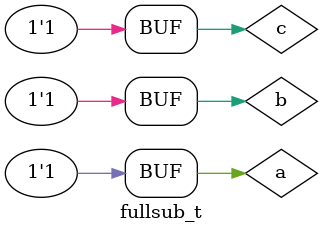
<source format=v>
module fullsub_t;
wire bor,diff;
reg a,b,c;
initial
 begin
 $dumpfile("full_subtractor.vcd");
 $dumpvars();    
 end
full_sub h(a,b,c,bor,diff);
 initial 
        begin 
         #0
         a = 0; b = 0; c=0; 
         #5 
         a = 0; b = 0; c=1;
         #10 
         a = 0; b = 1; c=0;
         #15 
         a = 0; b = 1; c=1;
         #20 
         a = 1; b = 0; c=0;
         #25  
         a = 1; b = 0; c=1;
         #30
         a = 1; b = 1; c=0;
         #35
         a = 1; b = 1; c=1;
        end 
endmodule

</source>
